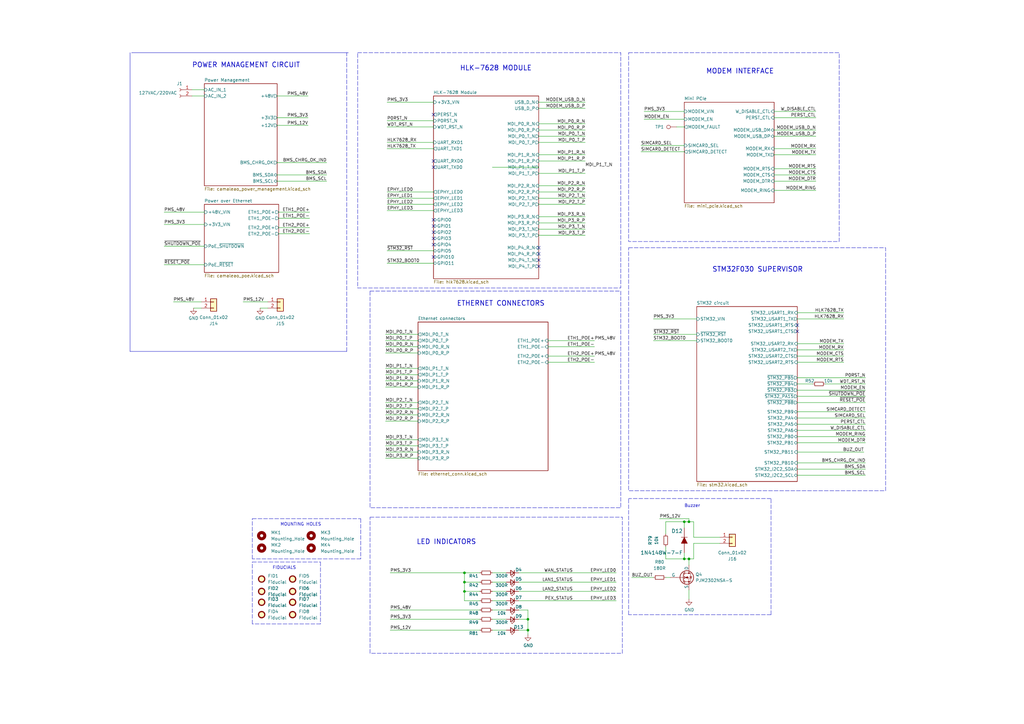
<source format=kicad_sch>
(kicad_sch (version 20230121) (generator eeschema)
  (paper "A3")
  (lib_symbols
    (symbol "Connector:Conn_01x02_Female" (pin_names (offset 1.016) hide)
      (property "Reference" "J" (at 0 2.54 0))
      (property "Value" "Conn_01x02_Female" (at 0 -5.08 0))
      (symbol "Conn_01x02_Female_1_1"
        (arc (start 0 -2.032) (mid -0.5058 -2.54) (end 0 -3.048) (stroke (width 0.1524)))
        (polyline (pts (xy -1.27 -2.54) (xy -0.508 -2.54)) (stroke (width 0.1524)))
        (polyline (pts (xy -1.27 0) (xy -0.508 0)) (stroke (width 0.1524)))
        (arc (start 0 0.508) (mid -0.5058 0) (end 0 -0.508) (stroke (width 0.1524)))
        (pin passive line (at -5.08 0 0) (length 3.81) (name "Pin_1") (number "1"))
        (pin passive line (at -5.08 -2.54 0) (length 3.81) (name "Pin_2") (number "2"))
      )
    )
    (symbol "Connector:TestPoint" (pin_numbers hide) (pin_names (offset 0.762) hide)
      (property "Reference" "TP" (at 0 6.858 0))
      (property "Value" "TestPoint" (at 0 5.08 0))
      (symbol "TestPoint_0_1"
        (circle (center 0 3.302) (radius 0.762))
      )
      (symbol "TestPoint_1_1"
        (pin passive line (at 0 0 90) (length 2.54) (name "1") (number "1"))
      )
    )
    (symbol "Connector_Generic:Conn_01x02" (pin_names (offset 1.016) hide)
      (property "Reference" "J" (at 0 2.54 0))
      (property "Value" "Conn_01x02" (at 0 -5.08 0))
      (symbol "Conn_01x02_1_1"
        (rectangle (start -1.27 -2.413) (end 0 -2.667) (stroke (width 0.1524)))
        (rectangle (start -1.27 0.127) (end 0 -0.127) (stroke (width 0.1524)))
        (rectangle (start -1.27 1.27) (end 1.27 -3.81) (stroke (width 0.254)) (fill (type background)))
        (pin passive line (at -5.08 0 0) (length 3.81) (name "Pin_1") (number "1"))
        (pin passive line (at -5.08 -2.54 0) (length 3.81) (name "Pin_2") (number "2"))
      )
    )
    (symbol "Device:LED_Small" (pin_numbers hide) (pin_names (offset 0.254) hide)
      (property "Reference" "D" (at -1.27 3.175 0))
      (property "Value" "LED_Small" (at -4.445 -2.54 0))
      (symbol "LED_Small_0_1"
        (polyline (pts (xy -0.762 -1.016) (xy -0.762 1.016)) (stroke (width 0.254)))
        (polyline (pts (xy 1.016 0) (xy -0.762 0)))
        (polyline (pts (xy 0.762 -1.016) (xy -0.762 0) (xy 0.762 1.016) (xy 0.762 -1.016)) (stroke (width 0.254)))
        (polyline (pts (xy 0 0.762) (xy -0.508 1.27) (xy -0.254 1.27) (xy -0.508 1.27) (xy -0.508 1.016)))
        (polyline (pts (xy 0.508 1.27) (xy 0 1.778) (xy 0.254 1.778) (xy 0 1.778) (xy 0 1.524)))
      )
      (symbol "LED_Small_1_1"
        (pin passive line (at -2.54 0 0) (length 1.778) (name "K") (number "1"))
        (pin passive line (at 2.54 0 180) (length 1.778) (name "A") (number "2"))
      )
    )
    (symbol "Device:R_Small" (pin_numbers hide) (pin_names (offset 0.254) hide)
      (property "Reference" "R" (at 0.762 0.508 0))
      (property "Value" "R_Small" (at 0.762 -1.016 0))
      (symbol "R_Small_0_1"
        (rectangle (start -0.762 1.778) (end 0.762 -1.778) (stroke (width 0.2032)))
      )
      (symbol "R_Small_1_1"
        (pin passive line (at 0 2.54 270) (length 0.762) (name "~") (number "1"))
        (pin passive line (at 0 -2.54 90) (length 0.762) (name "~") (number "2"))
      )
    )
    (symbol "GND_1" (power) (pin_names (offset 0))
      (property "Value" "GND_1" (at 0 -3.81 0))
      (symbol "GND_1_0_1"
        (polyline (pts (xy 0 0) (xy 0 -1.27) (xy 1.27 -1.27) (xy 0 -2.54) (xy -1.27 -1.27) (xy 0 -1.27)))
      )
      (symbol "GND_1_1_1"
        (pin power_in line (at 0 0 270) (length 0) hide (name "GND") (number "1"))
      )
    )
    (symbol "Mechanical:Fiducial"
      (property "Reference" "FID" (at 0 5.08 0))
      (property "Value" "Fiducial" (at 0 3.175 0))
      (symbol "Fiducial_0_1"
        (circle (center 0 0) (radius 1.27) (stroke (width 0.508)) (fill (type background)))
      )
    )
    (symbol "Simulation_SPICE:NMOS" (pin_numbers hide) (pin_names (offset 0))
      (property "Reference" "Q" (at 5.08 1.27 0))
      (property "Value" "NMOS" (at 5.08 -1.27 0))
      (symbol "NMOS_0_1"
        (polyline (pts (xy 0.254 0) (xy -2.54 0)))
        (polyline (pts (xy 0.254 1.905) (xy 0.254 -1.905)) (stroke (width 0.254)))
        (polyline (pts (xy 0.762 -1.27) (xy 0.762 -2.286)) (stroke (width 0.254)))
        (polyline (pts (xy 0.762 0.508) (xy 0.762 -0.508)) (stroke (width 0.254)))
        (polyline (pts (xy 0.762 2.286) (xy 0.762 1.27)) (stroke (width 0.254)))
        (polyline (pts (xy 2.54 2.54) (xy 2.54 1.778)))
        (polyline (pts (xy 2.54 -2.54) (xy 2.54 0) (xy 0.762 0)))
        (polyline (pts (xy 0.762 -1.778) (xy 3.302 -1.778) (xy 3.302 1.778) (xy 0.762 1.778)))
        (polyline (pts (xy 1.016 0) (xy 2.032 0.381) (xy 2.032 -0.381) (xy 1.016 0)) (fill (type outline)))
        (polyline (pts (xy 2.794 0.508) (xy 2.921 0.381) (xy 3.683 0.381) (xy 3.81 0.254)))
        (polyline (pts (xy 3.302 0.381) (xy 2.921 -0.254) (xy 3.683 -0.254) (xy 3.302 0.381)))
        (circle (center 1.651 0) (radius 2.794) (stroke (width 0.254)))
        (circle (center 2.54 -1.778) (radius 0.254) (fill (type outline)))
        (circle (center 2.54 1.778) (radius 0.254) (fill (type outline)))
      )
      (symbol "NMOS_1_1"
        (pin passive line (at 2.54 5.08 270) (length 2.54) (name "D") (number "1"))
        (pin input line (at -5.08 0 0) (length 2.54) (name "G") (number "2"))
        (pin passive line (at 2.54 -5.08 90) (length 2.54) (name "S") (number "3"))
      )
    )
    (symbol "device:R_Small" (pin_numbers hide) (pin_names (offset 0.254) hide)
      (property "Reference" "R" (at 0.762 0.508 0))
      (property "Value" "R_Small" (at 0.762 -1.016 0))
      (symbol "R_Small_0_1"
        (rectangle (start -0.762 1.778) (end 0.762 -1.778) (stroke (width 0.2032)))
      )
      (symbol "R_Small_1_1"
        (pin passive line (at 0 2.54 270) (length 0.762) (name "~") (number "1"))
        (pin passive line (at 0 -2.54 90) (length 0.762) (name "~") (number "2"))
      )
    )
    (symbol "dk_Diodes-Rectifiers-Single:1N4148W-7-F" (pin_numbers hide) (pin_names (offset 0) hide)
      (property "Reference" "D12" (at 3.81 -0.635 90))
      (property "Value" "1N4148W-7-F" (at -5.08 -0.635 90))
      (symbol "1N4148W-7-F_0_1"
        (polyline (pts (xy 1.27 1.27) (xy 1.27 -1.27)))
        (polyline (pts (xy -1.27 1.27) (xy -1.27 -1.27) (xy 1.27 0) (xy -1.27 1.27)) (fill (type outline)))
      )
      (symbol "1N4148W-7-F_1_1"
        (pin passive line (at 5.08 0 180) (length 3.81) (name "K") (number "1"))
        (pin passive line (at -5.08 0 0) (length 3.81) (name "A") (number "2"))
      )
    )
    (symbol "mechanical:Mounting_Hole" (pin_names (offset 1.016))
      (property "Reference" "MK" (at 0 5.08 0))
      (property "Value" "Mounting_Hole" (at 0 3.175 0))
      (symbol "Mounting_Hole_0_1"
        (circle (center 0 0) (radius 1.27) (stroke (width 1.27)))
      )
    )
    (symbol "power:GND" (power) (pin_names (offset 0))
      (property "Value" "GND" (at 0 -3.81 0))
      (symbol "GND_0_1"
        (polyline (pts (xy 0 0) (xy 0 -1.27) (xy 1.27 -1.27) (xy 0 -2.54) (xy -1.27 -1.27) (xy 0 -1.27)))
      )
      (symbol "GND_1_1"
        (pin power_in line (at 0 0 270) (length 0) hide (name "GND") (number "1"))
      )
    )
  )
  (junction (at 216.535 258.445))
  (junction (at 282.575 213.995) (diameter 0.9144))
  (junction (at 190.5 238.76))
  (junction (at 190.5 234.95))
  (junction (at 282.575 229.235) (diameter 0.9144))
  (junction (at 190.5 242.57))
  (junction (at 216.535 254))
  (junction (at 280.67 229.235) (diameter 0.9144))
  (junction (at 280.67 213.995) (diameter 0.9144))
  (no_connect (at 177.8 97.79))
  (no_connect (at 220.98 109.22))
  (no_connect (at 177.8 105.41))
  (no_connect (at 220.98 104.14))
  (no_connect (at 327.025 133.35))
  (no_connect (at 220.98 106.68))
  (no_connect (at 177.8 100.33))
  (no_connect (at 177.8 46.99))
  (no_connect (at 177.8 66.04))
  (no_connect (at 220.98 101.6))
  (no_connect (at 177.8 68.58))
  (no_connect (at 177.8 95.25))
  (no_connect (at 177.8 90.17))
  (no_connect (at 177.8 92.71))
  (no_connect (at 327.025 135.89))
  (wire (pts (xy 267.97 137.16) (xy 285.75 137.16)))
  (wire (pts (xy 354.965 154.94) (xy 327.025 154.94)))
  (wire (pts (xy 273.05 229.235) (xy 280.67 229.235)))
  (wire (pts (xy 79.375 126.365) (xy 82.55 126.365)))
  (wire (pts (xy 158.75 81.28) (xy 177.8 81.28)))
  (wire (pts (xy 220.98 44.45) (xy 240.03 44.45)))
  (wire (pts (xy 259.08 236.855) (xy 267.97 236.855)))
  (wire (pts (xy 277.495 52.07) (xy 280.67 52.07)))
  (polyline (pts (xy 316.23 252.095) (xy 316.23 204.47)) (stroke (width 0) (type dash)))
  (polyline (pts (xy 53.34 21.59) (xy 53.34 144.145)))
  (wire (pts (xy 67.31 86.995) (xy 83.82 86.995)))
  (wire (pts (xy 158.75 107.95) (xy 177.8 107.95)))
  (polyline (pts (xy 316.23 204.47) (xy 257.81 204.47)) (stroke (width 0) (type dash)))
  (wire (pts (xy 280.67 226.695) (xy 280.67 229.235)))
  (polyline (pts (xy 142.24 144.145) (xy 142.24 21.59)) (stroke (width 0) (type dash)))
  (wire (pts (xy 212.725 258.445) (xy 216.535 258.445)))
  (wire (pts (xy 282.575 241.935) (xy 282.575 245.745)))
  (wire (pts (xy 127 95.885) (xy 114.3 95.885)))
  (wire (pts (xy 212.725 246.38) (xy 252.73 246.38)))
  (wire (pts (xy 158.115 158.75) (xy 171.45 158.75)))
  (wire (pts (xy 158.75 49.53) (xy 177.8 49.53)))
  (wire (pts (xy 71.12 123.825) (xy 82.55 123.825)))
  (polyline (pts (xy 103.505 212.725) (xy 147.955 212.725)) (stroke (width 0) (type dash)))
  (wire (pts (xy 282.575 229.235) (xy 282.575 231.775)))
  (wire (pts (xy 127 89.535) (xy 114.3 89.535)))
  (wire (pts (xy 212.725 238.76) (xy 252.73 238.76)))
  (wire (pts (xy 264.16 45.72) (xy 280.67 45.72)))
  (wire (pts (xy 114.3 93.345) (xy 127 93.345)))
  (wire (pts (xy 158.75 86.36) (xy 177.8 86.36)))
  (wire (pts (xy 264.16 48.895) (xy 280.67 48.895)))
  (wire (pts (xy 158.75 78.74) (xy 177.8 78.74)))
  (wire (pts (xy 224.79 139.7) (xy 243.84 139.7)))
  (wire (pts (xy 220.98 91.44) (xy 240.03 91.44)))
  (polyline (pts (xy 147.955 212.725) (xy 147.955 229.235)) (stroke (width 0) (type dash)))
  (wire (pts (xy 317.5 74.295) (xy 334.645 74.295)))
  (wire (pts (xy 201.93 242.57) (xy 207.645 242.57)))
  (wire (pts (xy 220.98 68.58) (xy 201.93 68.58)))
  (polyline (pts (xy 131.445 230.505) (xy 131.445 255.905)) (stroke (width 0) (type dash)))
  (wire (pts (xy 317.5 45.72) (xy 334.645 45.72)))
  (wire (pts (xy 160.02 250.19) (xy 196.85 250.19)))
  (wire (pts (xy 201.93 246.38) (xy 207.645 246.38)))
  (wire (pts (xy 280.67 213.995) (xy 282.575 213.995)))
  (wire (pts (xy 327.025 148.59) (xy 346.075 148.59)))
  (wire (pts (xy 338.455 157.48) (xy 354.965 157.48)))
  (wire (pts (xy 196.85 246.38) (xy 190.5 246.38)))
  (wire (pts (xy 327.025 146.05) (xy 346.075 146.05)))
  (polyline (pts (xy 147.955 229.235) (xy 103.505 229.235)) (stroke (width 0) (type dash)))
  (wire (pts (xy 220.98 83.82) (xy 240.03 83.82)))
  (wire (pts (xy 317.5 71.755) (xy 334.645 71.755)))
  (wire (pts (xy 158.115 144.78) (xy 171.45 144.78)))
  (wire (pts (xy 158.115 165.1) (xy 171.45 165.1)))
  (wire (pts (xy 160.02 234.95) (xy 190.5 234.95)))
  (wire (pts (xy 273.05 224.155) (xy 273.05 229.235)))
  (wire (pts (xy 113.665 66.675) (xy 133.985 66.675)))
  (wire (pts (xy 113.665 74.295) (xy 133.985 74.295)))
  (wire (pts (xy 158.115 182.88) (xy 171.45 182.88)))
  (wire (pts (xy 212.725 254) (xy 216.535 254)))
  (wire (pts (xy 327.025 143.51) (xy 346.075 143.51)))
  (wire (pts (xy 158.75 83.82) (xy 177.8 83.82)))
  (wire (pts (xy 126.365 51.435) (xy 113.665 51.435)))
  (wire (pts (xy 220.98 81.28) (xy 240.03 81.28)))
  (wire (pts (xy 196.85 242.57) (xy 190.5 242.57)))
  (wire (pts (xy 158.115 167.64) (xy 171.45 167.64)))
  (wire (pts (xy 106.68 126.365) (xy 109.855 126.365)))
  (wire (pts (xy 190.5 238.76) (xy 190.5 242.57)))
  (wire (pts (xy 78.74 39.37) (xy 83.82 39.37)))
  (wire (pts (xy 201.93 234.95) (xy 207.645 234.95)))
  (wire (pts (xy 133.985 71.755) (xy 113.665 71.755)))
  (wire (pts (xy 158.75 102.87) (xy 177.8 102.87)))
  (wire (pts (xy 282.575 212.725) (xy 282.575 213.995)))
  (wire (pts (xy 158.115 151.13) (xy 171.45 151.13)))
  (wire (pts (xy 212.725 234.95) (xy 252.73 234.95)))
  (wire (pts (xy 273.05 236.855) (xy 274.955 236.855)))
  (wire (pts (xy 317.5 69.215) (xy 334.645 69.215)))
  (wire (pts (xy 280.67 229.235) (xy 282.575 229.235)))
  (wire (pts (xy 220.98 96.52) (xy 240.03 96.52)))
  (wire (pts (xy 201.93 258.445) (xy 207.645 258.445)))
  (wire (pts (xy 113.665 39.37) (xy 126.365 39.37)))
  (wire (pts (xy 327.025 179.07) (xy 354.965 179.07)))
  (wire (pts (xy 317.5 78.105) (xy 334.645 78.105)))
  (wire (pts (xy 220.98 71.12) (xy 240.03 71.12)))
  (wire (pts (xy 327.025 140.97) (xy 346.075 140.97)))
  (wire (pts (xy 220.98 66.04) (xy 240.03 66.04)))
  (wire (pts (xy 220.98 50.8) (xy 240.03 50.8)))
  (wire (pts (xy 67.31 92.075) (xy 83.82 92.075)))
  (wire (pts (xy 114.3 86.995) (xy 127 86.995)))
  (wire (pts (xy 212.725 250.19) (xy 216.535 250.19)))
  (polyline (pts (xy 53.34 144.145) (xy 142.24 144.145)))
  (wire (pts (xy 158.75 60.96) (xy 177.8 60.96)))
  (wire (pts (xy 216.535 254) (xy 216.535 250.19)))
  (wire (pts (xy 220.98 63.5) (xy 240.03 63.5)))
  (wire (pts (xy 327.025 194.945) (xy 354.965 194.945)))
  (wire (pts (xy 158.115 142.24) (xy 171.45 142.24)))
  (wire (pts (xy 273.05 219.075) (xy 273.05 213.995)))
  (wire (pts (xy 327.025 160.02) (xy 354.965 160.02)))
  (polyline (pts (xy 142.875 21.59) (xy 53.975 21.59)))
  (wire (pts (xy 327.025 181.61) (xy 354.965 181.61)))
  (wire (pts (xy 327.025 162.56) (xy 354.965 162.56)))
  (wire (pts (xy 220.98 53.34) (xy 240.03 53.34)))
  (wire (pts (xy 158.115 156.21) (xy 171.45 156.21)))
  (polyline (pts (xy 131.445 255.905) (xy 103.505 255.905)) (stroke (width 0) (type dash)))
  (wire (pts (xy 224.79 148.59) (xy 243.84 148.59)))
  (wire (pts (xy 220.98 55.88) (xy 240.03 55.88)))
  (wire (pts (xy 317.5 48.26) (xy 334.645 48.26)))
  (wire (pts (xy 216.535 254) (xy 216.535 258.445)))
  (wire (pts (xy 158.115 137.16) (xy 171.45 137.16)))
  (wire (pts (xy 270.51 212.725) (xy 282.575 212.725)))
  (wire (pts (xy 190.5 238.76) (xy 196.85 238.76)))
  (wire (pts (xy 327.025 128.27) (xy 346.075 128.27)))
  (wire (pts (xy 284.48 222.885) (xy 284.48 229.235)))
  (wire (pts (xy 327.025 192.405) (xy 354.965 192.405)))
  (wire (pts (xy 327.025 185.42) (xy 354.33 185.42)))
  (wire (pts (xy 327.025 171.45) (xy 354.965 171.45)))
  (wire (pts (xy 224.79 146.05) (xy 243.84 146.05)))
  (wire (pts (xy 190.5 242.57) (xy 190.5 246.38)))
  (wire (pts (xy 334.645 53.34) (xy 317.5 53.34)))
  (wire (pts (xy 267.97 130.81) (xy 285.75 130.81)))
  (wire (pts (xy 220.98 78.74) (xy 240.03 78.74)))
  (wire (pts (xy 220.98 76.2) (xy 240.03 76.2)))
  (wire (pts (xy 158.75 58.42) (xy 177.8 58.42)))
  (wire (pts (xy 327.025 189.865) (xy 354.965 189.865)))
  (wire (pts (xy 158.115 185.42) (xy 171.45 185.42)))
  (wire (pts (xy 196.85 258.445) (xy 160.02 258.445)))
  (wire (pts (xy 99.695 123.825) (xy 109.855 123.825)))
  (wire (pts (xy 284.48 220.345) (xy 295.275 220.345)))
  (wire (pts (xy 327.025 157.48) (xy 333.375 157.48)))
  (wire (pts (xy 267.97 139.7) (xy 285.75 139.7)))
  (wire (pts (xy 317.5 63.5) (xy 334.645 63.5)))
  (wire (pts (xy 78.74 36.83) (xy 83.82 36.83)))
  (wire (pts (xy 201.93 250.19) (xy 207.645 250.19)))
  (wire (pts (xy 160.02 254) (xy 196.85 254)))
  (wire (pts (xy 327.025 130.81) (xy 346.075 130.81)))
  (wire (pts (xy 220.98 58.42) (xy 240.03 58.42)))
  (wire (pts (xy 220.98 88.9) (xy 240.03 88.9)))
  (polyline (pts (xy 257.81 252.095) (xy 257.81 204.47)) (stroke (width 0) (type dash)))
  (wire (pts (xy 327.025 173.99) (xy 354.965 173.99)))
  (wire (pts (xy 220.98 41.91) (xy 240.03 41.91)))
  (wire (pts (xy 317.5 60.96) (xy 334.645 60.96)))
  (wire (pts (xy 158.115 170.18) (xy 171.45 170.18)))
  (polyline (pts (xy 103.505 230.505) (xy 131.445 230.505)) (stroke (width 0) (type dash)))
  (wire (pts (xy 158.115 139.7) (xy 171.45 139.7)))
  (wire (pts (xy 177.8 41.91) (xy 158.75 41.91)))
  (wire (pts (xy 220.98 93.98) (xy 240.03 93.98)))
  (wire (pts (xy 327.025 176.53) (xy 354.965 176.53)))
  (wire (pts (xy 282.575 229.235) (xy 284.48 229.235)))
  (wire (pts (xy 190.5 234.95) (xy 196.85 234.95)))
  (polyline (pts (xy 103.505 229.235) (xy 103.505 212.725)) (stroke (width 0) (type dash)))
  (wire (pts (xy 280.67 213.995) (xy 280.67 216.535)))
  (wire (pts (xy 158.115 180.34) (xy 171.45 180.34)))
  (wire (pts (xy 113.665 48.26) (xy 126.365 48.26)))
  (wire (pts (xy 262.89 62.23) (xy 280.67 62.23)))
  (wire (pts (xy 284.48 222.885) (xy 295.275 222.885)))
  (polyline (pts (xy 316.23 252.095) (xy 257.81 252.095)) (stroke (width 0) (type dash)))
  (wire (pts (xy 212.725 242.57) (xy 252.73 242.57)))
  (wire (pts (xy 334.645 55.88) (xy 317.5 55.88)))
  (wire (pts (xy 262.89 59.69) (xy 280.67 59.69)))
  (wire (pts (xy 190.5 234.95) (xy 190.5 238.76)))
  (wire (pts (xy 67.31 108.585) (xy 83.82 108.585)))
  (wire (pts (xy 327.025 168.91) (xy 354.965 168.91)))
  (wire (pts (xy 201.93 238.76) (xy 207.645 238.76)))
  (wire (pts (xy 158.75 52.07) (xy 177.8 52.07)))
  (wire (pts (xy 284.48 213.995) (xy 284.48 220.345)))
  (wire (pts (xy 201.93 254) (xy 207.645 254)))
  (wire (pts (xy 158.115 172.72) (xy 171.45 172.72)))
  (wire (pts (xy 273.05 213.995) (xy 280.67 213.995)))
  (wire (pts (xy 282.575 213.995) (xy 284.48 213.995)))
  (wire (pts (xy 67.31 100.965) (xy 83.82 100.965)))
  (polyline (pts (xy 103.505 255.905) (xy 103.505 230.505)) (stroke (width 0) (type dash)))
  (wire (pts (xy 216.535 258.445) (xy 216.535 260.35)))
  (wire (pts (xy 327.025 165.1) (xy 354.965 165.1)))
  (wire (pts (xy 158.115 187.96) (xy 171.45 187.96)))
  (wire (pts (xy 158.115 153.67) (xy 171.45 153.67)))
  (wire (pts (xy 224.79 142.24) (xy 243.84 142.24)))
  (rectangle (start 257.81 101.6) (end 363.22 201.295) (stroke (width 0) (type dash)))
  (rectangle (start 151.765 119.38) (end 254.635 208.28) (stroke (width 0) (type dash)))
  (rectangle (start 257.81 21.59) (end 344.17 99.06) (stroke (width 0) (type dash)))
  (rectangle (start 146.685 21.59) (end 254.635 118.11) (stroke (width 0) (type dash)))
  (rectangle (start 151.765 212.09) (end 255.27 267.97) (stroke (width 0) (type dash)))
  (text "FIDUCIALS\n" (at 111.76 233.68 0) (effects (font (size 1.27 1.27)) (justify left bottom)))
  (text "MOUNTING HOLES\n" (at 114.935 215.9 0) (effects (font (size 1.27 1.27)) (justify left bottom)))
  (text "LED INDICATORS" (at 170.815 223.52 0) (effects (font (size 2 2) (thickness 0.254) bold) (justify left bottom)))
  (text "ETHERNET CONNECTORS" (at 187.325 125.73 0) (effects (font (size 2 2) (thickness 0.254) bold) (justify left bottom)))
  (text "MODEM INTERFACE" (at 289.56 30.48 0) (effects (font (size 2 2) (thickness 0.254) bold) (justify left bottom)))
  (text "Buzzer" (at 280.67 208.28 0) (effects (font (size 1.27 1.27)) (justify left bottom)))
  (text "POWER MANAGEMENT CIRCUIT" (at 78.74 27.94 0) (effects (font (size 2 2) (thickness 0.254) bold) (justify left bottom)))
  (text "HLK-7628 MODULE" (at 188.595 29.21 0) (effects (font (size 2 2) (thickness 0.254) bold) (justify left bottom)))
  (text "STM32F030 SUPERVISOR" (at 292.1 111.76 0) (effects (font (size 2 2) (thickness 0.254) bold) (justify left bottom)))
  (label "PMS_48V" (at 243.84 139.7 0))
  (label "MDI_P1_R_P" (at 158.115 158.75 0))
  (label "MDI_P0_R_P" (at 240.03 53.34 180))
  (label "MODEM_TX" (at 346.075 140.97 180))
  (label "MODEM_USB_D_N" (at 240.03 41.91 180))
  (label "MDI_P3_T_P" (at 240.03 96.52 180))
  (label "PEX_STATUS" (at 234.95 246.38 180))
  (label "MDI_P3_T_N" (at 240.03 93.98 180))
  (label "MDI_P3_T_N" (at 158.115 180.34 0))
  (label "HLK7628_RX" (at 158.75 58.42 0))
  (label "EPHY_LED2" (at 158.75 83.82 0))
  (label "MDI_P1_R_N" (at 240.03 63.5 180))
  (label "PMS_48V" (at 160.02 250.19 0))
  (label "P0RST_N" (at 158.75 49.53 0))
  (label "MODEM_CTS" (at 334.645 71.755 180))
  (label "WDT_RST_N" (at 354.965 157.48 180))
  (label "~{SHUTDOWN_POE}" (at 67.31 100.965 0))
  (label "MDI_P1_T_N" (at 240.03 68.58 0))
  (label "MDI_P0_T_N" (at 240.03 55.88 180))
  (label "MDI_P3_T_P" (at 158.115 182.88 0))
  (label "BMS_SCL" (at 354.965 194.945 180))
  (label "PERST_CTL" (at 334.645 48.26 180))
  (label "MDI_P0_T_P" (at 158.115 139.7 0))
  (label "EPHY_LED1" (at 158.75 81.28 0))
  (label "MDI_P2_T_N" (at 158.115 165.1 0))
  (label "ETH2_POE-" (at 243.84 148.59 180))
  (label "MDI_P1_R_N" (at 158.115 156.21 0))
  (label "MODEM_EN" (at 264.16 48.895 0))
  (label "ETH1_POE+" (at 127 86.995 180))
  (label "PERST_CTL" (at 354.965 173.99 180))
  (label "MODEM_RING" (at 334.645 78.105 180))
  (label "ETH1_POE-" (at 243.84 142.24 180))
  (label "PMS_48V" (at 126.365 39.37 180))
  (label "BMS_CHRG_OK_IND" (at 133.985 66.675 180))
  (label "MODEM_EN" (at 354.965 160.02 180))
  (label "PMS_3V3" (at 67.31 92.075 0))
  (label "PMS_3V3" (at 126.365 48.26 180))
  (label "MDI_P1_R_P" (at 240.03 66.04 180))
  (label "MDI_P2_T_P" (at 240.03 83.82 180))
  (label "PMS_12V" (at 270.51 212.725 0))
  (label "~{RESET_POE}" (at 354.965 165.1 180))
  (label "~{STM32_RST}" (at 267.97 137.16 0))
  (label "W_DISABLE_CTL" (at 334.645 45.72 180))
  (label "ETH1_POE-" (at 127 89.535 180))
  (label "LAN2_STATUS" (at 234.95 242.57 180))
  (label "MODEM_RX" (at 346.075 143.51 180))
  (label "MDI_P1_T_P" (at 240.03 71.12 180))
  (label "BMS_SDA" (at 133.985 71.755 180))
  (label "STM32_BOOT0" (at 158.75 107.95 0))
  (label "~{RESET_POE}" (at 67.31 108.585 0))
  (label "SIMCARD_SEL" (at 262.89 59.69 0))
  (label "MODEM_RX" (at 334.645 60.96 180))
  (label "EPHY_LED0" (at 158.75 78.74 0))
  (label "MODEM_USB_D_N" (at 334.645 53.34 180))
  (label "MDI_P2_R_P" (at 158.115 172.72 0))
  (label "MDI_P2_R_P" (at 240.03 78.74 180))
  (label "MDI_P3_R_N" (at 158.115 185.42 0))
  (label "MDI_P2_R_N" (at 240.03 76.2 180))
  (label "EPHY_LED3" (at 158.75 86.36 0))
  (label "~{STM32_RST}" (at 158.75 102.87 0))
  (label "PMS_12V" (at 160.02 258.445 0))
  (label "ETH2_POE+" (at 243.84 146.05 180))
  (label "PMS_3V3" (at 267.97 130.81 0))
  (label "W_DISABLE_CTL" (at 354.965 176.53 180))
  (label "ETH1_POE+" (at 243.84 139.7 180))
  (label "MDI_P3_R_N" (at 240.03 88.9 180))
  (label "MODEM_USB_D_P" (at 334.645 55.88 180))
  (label "PMS_12V" (at 126.365 51.435 180))
  (label "EPHY_LED0" (at 252.73 234.95 180))
  (label "PMS_3V3" (at 158.75 41.91 0))
  (label "BMS_SDA" (at 354.965 192.405 180))
  (label "PMS_3V3" (at 160.02 234.95 0))
  (label "MODEM_RING" (at 354.965 179.07 180))
  (label "MODEM_USB_D_P" (at 240.03 44.45 180))
  (label "WDT_RST_N" (at 158.75 52.07 0))
  (label "MDI_P2_T_N" (at 240.03 81.28 180))
  (label "MDI_P2_T_P" (at 158.115 167.64 0))
  (label "EPHY_LED3" (at 252.73 246.38 180))
  (label "MDI_P1_T_P" (at 158.115 153.67 0))
  (label "LAN1_STATUS" (at 234.95 238.76 180))
  (label "MDI_P2_R_N" (at 158.115 170.18 0))
  (label "PMS_48V" (at 71.12 123.825 0))
  (label "MODEM_DTR" (at 334.645 74.295 180))
  (label "MDI_P0_T_N" (at 158.115 137.16 0))
  (label "MDI_P0_R_N" (at 158.115 142.24 0))
  (label "MDI_P0_R_P" (at 158.115 144.78 0))
  (label "EPHY_LED2" (at 252.73 242.57 180))
  (label "SIMCARD_SEL" (at 354.965 171.45 180))
  (label "BUZ_OUT" (at 354.33 185.42 180))
  (label "~{SHUTDOWN_POE}" (at 354.965 162.56 180))
  (label "MODEM_TX" (at 334.645 63.5 180))
  (label "ETH2_POE-" (at 127 95.885 180))
  (label "MODEM_RTS" (at 346.075 148.59 180))
  (label "MDI_P3_R_P" (at 240.03 91.44 180))
  (label "MDI_P0_R_N" (at 240.03 50.8 180))
  (label "MODEM_DTR" (at 354.965 181.61 180))
  (label "WAN_STATUS" (at 234.95 234.95 180))
  (label "HLK7628_TX" (at 158.75 60.96 0))
  (label "HLK7628_TX" (at 346.075 128.27 180))
  (label "SIMCARD_DETECT" (at 262.89 62.23 0))
  (label "P0RST_N" (at 354.965 154.94 180))
  (label "MDI_P0_T_P" (at 240.03 58.42 180))
  (label "EPHY_LED1" (at 252.73 238.76 180))
  (label "PMS_48V" (at 67.31 86.995 0))
  (label "PMS_12V" (at 99.695 123.825 0))
  (label "HLK7628_RX" (at 346.075 130.81 180))
  (label "BUZ_OUT" (at 259.08 236.855 0))
  (label "MDI_P3_R_P" (at 158.115 187.96 0))
  (label "BMS_SCL" (at 133.985 74.295 180))
  (label "PMS_3V3" (at 264.16 45.72 0))
  (label "STM32_BOOT0" (at 267.97 139.7 0))
  (label "PMS_48V" (at 243.84 146.05 0))
  (label "MDI_P1_T_N" (at 158.115 151.13 0))
  (label "BMS_CHRG_OK_IND" (at 354.965 189.865 180))
  (label "ETH2_POE+" (at 127 93.345 180))
  (label "MODEM_RTS" (at 334.645 69.215 180))
  (label "PMS_3V3" (at 160.02 254 0))
  (label "MODEM_CTS" (at 346.075 146.05 180))
  (label "SIMCARD_DETECT" (at 354.965 168.91 180))
  (symbol (lib_id "Connector_Generic:Conn_01x02") (at 300.355 220.345 0) (unit 1)
    (property "Reference" "J16" (at 300.355 229.235 0))
    (property "Value" "Conn_01x02" (at 300.355 226.695 0))
    (property "Footprint" "Connector:KF235-5.0-2P" (effects hide))
  )
  (symbol (lib_id "Connector_Generic:Conn_01x02") (at 87.63 123.825 0) (unit 1)
    (property "Reference" "J14" (at 87.63 132.715 0))
    (property "Value" "Conn_01x02" (at 87.63 130.175 0))
    (property "Footprint" "Connector:KF235-5.0-2P" (effects hide))
  )
  (symbol (lib_id "Mechanical:Fiducial") (at 120.015 247.015 0) (unit 1)
    (property "Reference" "FID7" (at 122.555 245.7449 0) (effects (justify left)))
    (property "Value" "Fiducial" (at 122.555 248.2849 0) (effects (justify left)))
    (property "Footprint" "Fiducial:Fiducial_1mm_Mask2mm" (effects hide))
  )
  (symbol (lib_id "Device:LED_Small") (at 210.185 258.445 180) (unit 1)
    (property "Reference" "D13" (at 212.725 257.175 0))
    (property "Value" "LED_Small" (effects hide))
    (property "Footprint" "LED_SMD:LED_0805_2012Metric" (effects hide))
  )
  (symbol (lib_id "Device:LED_Small") (at 210.185 238.76 180) (unit 1)
    (property "Reference" "D5" (at 212.725 237.49 0))
    (property "Value" "LED_Small" (effects hide))
    (property "Footprint" "LED_SMD:LED_0805_2012Metric" (effects hide))
  )
  (symbol (lib_id "Device:LED_Small") (at 210.185 242.57 180) (unit 1)
    (property "Reference" "D6" (at 212.725 241.3 0))
    (property "Value" "LED_Small" (effects hide))
    (property "Footprint" "LED_SMD:LED_0805_2012Metric" (effects hide))
  )
  (symbol (lib_id "mechanical:Mounting_Hole") (at 127.635 224.79 0) (unit 1)
    (property "Reference" "MK4" (at 131.445 223.5199 0) (effects (justify left)))
    (property "Value" "Mounting_Hole" (at 131.445 226.0599 0) (effects (justify left)))
    (property "Footprint" "MountingHole:MountingHole_4.3mm_M4" (effects hide))
  )
  (symbol (lib_id "Connector:Conn_01x02_Female") (at 73.66 36.83 0) (mirror y) (unit 1)
    (property "Reference" "J1" (at 73.66 34.29 0))
    (property "Value" "127VAC/220VAC" (at 64.77 38.1 0))
    (property "Footprint" "Gabriel:WJ2EDGRC-5.08-2P" (effects hide))
    (property "Datasheet" "https://datasheet.lcsc.com/lcsc/1912251631_Ningbo-Kangnex-Elec-WJ2EDGRC-5-08-2P_C3697.pdf" (effects hide))
    (property "LCSC Part" "C3697" (effects hide))
  )
  (symbol (lib_id "Simulation_SPICE:NMOS") (at 280.035 236.855 0) (unit 1)
    (property "Reference" "Q4" (at 285.242 235.6429 0) (effects (justify left)))
    (property "Value" "PJM2302NSA-S" (at 285.242 238.0671 0) (effects (justify left)))
    (property "Footprint" "Package_TO_SOT_SMD:SOT-23" (effects hide))
    (property "Datasheet" "https://ngspice.sourceforge.io/docs/ngspice-manual.pdf" (effects hide))
    (property "Sim.Device" "NMOS" (effects hide))
    (property "Sim.Type" "VDMOS" (effects hide))
    (property "Sim.Pins" "1=D 2=G 3=S" (effects hide))
    (property "LCSC Part" "C411710" (effects hide))
  )
  (symbol (lib_id "Device:LED_Small") (at 210.185 250.19 180) (unit 1)
    (property "Reference" "D8" (at 212.725 248.92 0))
    (property "Value" "LED_Small" (effects hide))
    (property "Footprint" "LED_SMD:LED_0805_2012Metric" (effects hide))
  )
  (symbol (lib_name "GND_1") (lib_id "power:GND") (at 106.68 126.365 0) (mirror y) (unit 1)
    (property "Reference" "#PWR076" (effects hide))
    (property "Value" "GND" (at 106.68 130.4981 0))
  )
  (symbol (lib_id "Mechanical:Fiducial") (at 107.315 237.49 0) (unit 1)
    (property "Reference" "FID1" (at 109.855 236.2199 0) (effects (justify left)))
    (property "Value" "Fiducial" (at 109.855 238.7599 0) (effects (justify left)))
    (property "Footprint" "Fiducial:Fiducial_1mm_Mask2mm" (effects hide))
  )
  (symbol (lib_id "device:R_Small") (at 270.51 236.855 90) (unit 1)
    (property "Reference" "R80" (at 270.51 230.505 90))
    (property "Value" "180R" (at 270.51 233.045 90))
    (property "Footprint" "Resistor_SMD:R_0402_1005Metric" (effects hide))
  )
  (symbol (lib_id "Device:R_Small") (at 199.39 234.95 90) (unit 1)
    (property "Reference" "R41" (at 194.31 236.22 90))
    (property "Value" "300R" (at 205.74 236.22 90))
    (property "Footprint" "Resistor_SMD:R_0402_1005Metric" (effects hide))
  )
  (symbol (lib_id "Mechanical:Fiducial") (at 120.015 237.49 0) (unit 1)
    (property "Reference" "FID5" (at 122.555 236.2199 0) (effects (justify left)))
    (property "Value" "Fiducial" (at 122.555 238.7599 0) (effects (justify left)))
    (property "Footprint" "Fiducial:Fiducial_1mm_Mask2mm" (effects hide))
  )
  (symbol (lib_name "GND_1") (lib_id "power:GND") (at 79.375 126.365 0) (mirror y) (unit 1)
    (property "Reference" "#PWR075" (effects hide))
    (property "Value" "GND" (at 79.375 130.4981 0))
  )
  (symbol (lib_id "Device:R_Small") (at 199.39 246.38 90) (unit 1)
    (property "Reference" "R45" (at 194.31 247.65 90))
    (property "Value" "300R" (at 205.74 247.65 90))
    (property "Footprint" "Resistor_SMD:R_0402_1005Metric" (effects hide))
  )
  (symbol (lib_id "Mechanical:Fiducial") (at 107.315 252.095 0) (unit 1)
    (property "Reference" "FID4" (at 109.855 250.8249 0) (effects (justify left)))
    (property "Value" "Fiducial" (at 109.855 253.3649 0) (effects (justify left)))
    (property "Footprint" "Fiducial:Fiducial_1mm_Mask2mm" (effects hide))
  )
  (symbol (lib_id "Device:LED_Small") (at 210.185 234.95 180) (unit 1)
    (property "Reference" "D4" (at 212.725 233.68 0))
    (property "Value" "LED_Small" (effects hide))
    (property "Footprint" "LED_SMD:LED_0805_2012Metric" (effects hide))
  )
  (symbol (lib_id "Device:R_Small") (at 199.39 254 90) (unit 1)
    (property "Reference" "R49" (at 194.31 255.27 90))
    (property "Value" "300R" (at 205.74 255.27 90))
    (property "Footprint" "Resistor_SMD:R_0402_1005Metric" (effects hide))
  )
  (symbol (lib_id "mechanical:Mounting_Hole") (at 127.635 219.71 0) (unit 1)
    (property "Reference" "MK3" (at 131.445 218.4399 0) (effects (justify left)))
    (property "Value" "Mounting_Hole" (at 131.445 220.9799 0) (effects (justify left)))
    (property "Footprint" "MountingHole:MountingHole_4.3mm_M4" (effects hide))
  )
  (symbol (lib_id "Device:R_Small") (at 199.39 250.19 90) (unit 1)
    (property "Reference" "R48" (at 194.31 251.46 90))
    (property "Value" "10k" (at 205.74 251.46 90))
    (property "Footprint" "Resistor_SMD:R_0402_1005Metric" (effects hide))
  )
  (symbol (lib_id "Device:R_Small") (at 199.39 238.76 90) (unit 1)
    (property "Reference" "R42" (at 194.31 240.03 90))
    (property "Value" "300R" (at 205.74 240.03 90))
    (property "Footprint" "Resistor_SMD:R_0402_1005Metric" (effects hide))
  )
  (symbol (lib_id "Device:LED_Small") (at 210.185 246.38 180) (unit 1)
    (property "Reference" "D7" (at 212.725 245.11 0))
    (property "Value" "LED_Small" (effects hide))
    (property "Footprint" "LED_SMD:LED_0805_2012Metric" (effects hide))
  )
  (symbol (lib_id "dk_Diodes-Rectifiers-Single:1N4148W-7-F") (at 280.67 221.615 270) (mirror x) (unit 1)
    (property "Reference" "D12" (at 280.035 217.805 90) (effects (font (size 1.524 1.524)) (justify right)))
    (property "Value" "1N4148W-7-F" (at 280.035 226.695 90) (effects (font (size 1.524 1.524)) (justify right)))
    (property "Footprint" "Diode_SMD:D_SOD-123" (effects hide))
    (property "Datasheet" "https://www.diodes.com/assets/Datasheets/ds30086.pdf" (effects hide))
    (property "Digi-Key_PN" "1N4148W-FDICT-ND" (effects hide))
    (property "Mfr. Part #" "1N4148W-7-F" (effects hide))
    (property "Category" "Discrete Semiconductor Products" (effects hide))
    (property "Family" "Diodes - Rectifiers - Single" (effects hide))
    (property "DK_Datasheet_Link" "https://www.diodes.com/assets/Datasheets/ds30086.pdf" (effects hide))
    (property "DK_Detail_Page" "/product-detail/en/diodes-incorporated/1N4148W-7-F/1N4148W-FDICT-ND/815280" (effects hide))
    (property "Description" "DIODE GEN PURP 100V 300MA SOD123" (effects hide))
    (property "Manufacturer" "Diodes Incorporated" (effects hide))
    (property "Status" "Active" (effects hide))
  )
  (symbol (lib_id "Device:R_Small") (at 199.39 242.57 90) (unit 1)
    (property "Reference" "R44" (at 194.31 243.84 90))
    (property "Value" "300R" (at 205.74 243.84 90))
    (property "Footprint" "Resistor_SMD:R_0402_1005Metric" (effects hide))
  )
  (symbol (lib_id "Mechanical:Fiducial") (at 120.015 252.095 0) (unit 1)
    (property "Reference" "FID8" (at 122.555 250.8249 0) (effects (justify left)))
    (property "Value" "Fiducial" (at 122.555 253.3649 0) (effects (justify left)))
    (property "Footprint" "Fiducial:Fiducial_1mm_Mask2mm" (effects hide))
  )
  (symbol (lib_id "power:GND") (at 216.535 260.35 0) (unit 1)
    (property "Reference" "#PWR055" (effects hide))
    (property "Value" "GND" (at 216.662 264.7442 0))
  )
  (symbol (lib_id "device:R_Small") (at 273.05 221.615 180) (unit 1)
    (property "Reference" "R79" (at 266.7 221.615 90))
    (property "Value" "10k" (at 269.24 221.615 90))
    (property "Footprint" "Resistor_SMD:R_0402_1005Metric" (effects hide))
  )
  (symbol (lib_id "mechanical:Mounting_Hole") (at 107.315 224.79 0) (unit 1)
    (property "Reference" "MK2" (at 111.125 223.5199 0) (effects (justify left)))
    (property "Value" "Mounting_Hole" (at 111.125 226.0599 0) (effects (justify left)))
    (property "Footprint" "MountingHole:MountingHole_4.3mm_M4" (effects hide))
  )
  (symbol (lib_id "Mechanical:Fiducial") (at 107.315 247.015 0) (unit 1)
    (property "Reference" "FID3" (at 109.855 245.7449 0) (effects (justify left)))
    (property "Value" "Fiducial" (at 109.855 248.2849 0) (effects (justify left)))
    (property "Footprint" "Fiducial:Fiducial_1mm_Mask2mm" (effects hide))
  )
  (symbol (lib_id "Mechanical:Fiducial") (at 120.015 242.57 0) (unit 1)
    (property "Reference" "FID6" (at 122.555 241.2999 0) (effects (justify left)))
    (property "Value" "Fiducial" (at 122.555 243.8399 0) (effects (justify left)))
    (property "Footprint" "Fiducial:Fiducial_1mm_Mask2mm" (effects hide))
  )
  (symbol (lib_id "Connector:TestPoint") (at 277.495 52.07 90) (unit 1)
    (property "Reference" "TP1" (at 268.6686 52.07 90) (effects (justify right)))
    (property "Value" "TestPoint" (effects hide))
    (property "Footprint" "TestPoint:TestPoint_Pad_D1.0mm" (effects hide))
  )
  (symbol (lib_id "Mechanical:Fiducial") (at 107.315 242.57 0) (unit 1)
    (property "Reference" "FID2" (at 109.855 241.2999 0) (effects (justify left)))
    (property "Value" "Fiducial" (at 109.855 243.8399 0) (effects (justify left)))
    (property "Footprint" "Fiducial:Fiducial_1mm_Mask2mm" (effects hide))
  )
  (symbol (lib_id "Device:LED_Small") (at 210.185 254 180) (unit 1)
    (property "Reference" "D9" (at 212.725 252.73 0))
    (property "Value" "LED_Small" (effects hide))
    (property "Footprint" "LED_SMD:LED_0805_2012Metric" (effects hide))
  )
  (symbol (lib_id "Device:R_Small") (at 335.915 157.48 270) (unit 1)
    (property "Reference" "R52" (at 332.105 156.21 90))
    (property "Value" "10k" (at 339.725 156.21 90))
    (property "Footprint" "Resistor_SMD:R_0402_1005Metric" (effects hide))
  )
  (symbol (lib_id "Device:R_Small") (at 199.39 258.445 90) (unit 1)
    (property "Reference" "R81" (at 194.31 259.715 90))
    (property "Value" "10k" (at 205.74 259.715 90))
    (property "Footprint" "Resistor_SMD:R_0402_1005Metric" (effects hide))
  )
  (symbol (lib_id "power:GND") (at 282.575 245.745 0) (unit 1)
    (property "Reference" "#PWR074" (effects hide))
    (property "Value" "GND" (at 282.702 250.1392 0))
  )
  (symbol (lib_id "mechanical:Mounting_Hole") (at 107.315 219.71 0) (unit 1)
    (property "Reference" "MK1" (at 111.125 218.4399 0) (effects (justify left)))
    (property "Value" "Mounting_Hole" (at 111.125 220.9799 0) (effects (justify left)))
    (property "Footprint" "MountingHole:MountingHole_4.3mm_M4" (effects hide))
  )
  (symbol (lib_id "Connector_Generic:Conn_01x02") (at 114.935 123.825 0) (unit 1)
    (property "Reference" "J15" (at 114.935 132.715 0))
    (property "Value" "Conn_01x02" (at 114.935 130.175 0))
    (property "Footprint" "Connector:KF235-5.0-2P" (effects hide))
  )
  (sheet (at 171.45 132.08) (size 53.34 60.96) (stroke (width 0.1524))
    (property "Sheetname" "Ethernet connectors" (at 171.45 131.3684 0) (effects (justify left bottom)))
    (property "Sheetfile" "ethernet_conn.kicad_sch" (at 171.45 193.6246 0) (effects (justify left top)))
    (pin "MDI_P0_T_N" output (at 171.45 137.16 180))
    (pin "MDI_P0_T_P" output (at 171.45 139.7 180))
    (pin "MDI_P0_R_N" input (at 171.45 142.24 180))
    (pin "MDI_P0_R_P" input (at 171.45 144.78 180))
    (pin "MDI_P1_R_P" input (at 171.45 158.75 180))
    (pin "MDI_P1_T_N" output (at 171.45 151.13 180))
    (pin "MDI_P1_R_N" input (at 171.45 156.21 180))
    (pin "MDI_P1_T_P" output (at 171.45 153.67 180))
    (pin "ETH1_POE-" input (at 224.79 142.24 0))
    (pin "ETH2_POE-" input (at 224.79 148.59 0))
    (pin "MDI_P2_R_P" input (at 171.45 172.72 180))
    (pin "MDI_P2_T_N" output (at 171.45 165.1 180))
    (pin "MDI_P2_R_N" input (at 171.45 170.18 180))
    (pin "MDI_P2_T_P" output (at 171.45 167.64 180))
    (pin "MDI_P3_T_P" output (at 171.45 182.88 180))
    (pin "MDI_P3_T_N" output (at 171.45 180.34 180))
    (pin "MDI_P3_R_P" input (at 171.45 187.96 180))
    (pin "MDI_P3_R_N" input (at 171.45 185.42 180))
    (pin "ETH1_POE+" input (at 224.79 139.7 0))
    (pin "ETH2_POE+" input (at 224.79 146.05 0))
  )
  (sheet (at 177.8 39.37) (size 43.18 74.93) (stroke (width 0.1524))
    (property "Sheetname" "HLK-7628 Module" (at 177.8 38.6584 0) (effects (justify left bottom)))
    (property "Sheetfile" "hlk7628.kicad_sch" (at 177.8 114.8846 0) (effects (justify left top)))
    (pin "+3V3_VIN" input (at 177.8 41.91 180))
    (pin "UART_TXD1" output (at 177.8 60.96 180))
    (pin "EPHY_LED1" output (at 177.8 81.28 180))
    (pin "P0RST_N" input (at 177.8 49.53 180))
    (pin "EPHY_LED0" output (at 177.8 78.74 180))
    (pin "UART_RXD1" input (at 177.8 58.42 180))
    (pin "EPHY_LED3" output (at 177.8 86.36 180))
    (pin "EPHY_LED2" output (at 177.8 83.82 180))
    (pin "UART_RXD0" output (at 177.8 66.04 180))
    (pin "GPIO11" bidirectional (at 177.8 107.95 180))
    (pin "UART_TXD0" output (at 177.8 68.58 180))
    (pin "MDI_P3_R_P" input (at 220.98 91.44 0))
    (pin "MDI_P3_R_N" input (at 220.98 88.9 0))
    (pin "MDI_P3_T_N" output (at 220.98 93.98 0))
    (pin "USB_D_N" bidirectional (at 220.98 41.91 0))
    (pin "USB_D_P" bidirectional (at 220.98 44.45 0))
    (pin "MDI_P2_T_P" output (at 220.98 83.82 0))
    (pin "MDI_P2_R_P" input (at 220.98 78.74 0))
    (pin "MDI_P2_T_N" output (at 220.98 81.28 0))
    (pin "MDI_P2_R_N" input (at 220.98 76.2 0))
    (pin "MDI_P3_T_P" output (at 220.98 96.52 0))
    (pin "MDI_P0_T_P" output (at 220.98 58.42 0))
    (pin "MDI_P1_T_N" output (at 220.98 68.58 0))
    (pin "MDI_P1_T_P" output (at 220.98 71.12 0))
    (pin "MDI_P0_R_N" input (at 220.98 50.8 0))
    (pin "MDI_P1_R_P" input (at 220.98 66.04 0))
    (pin "MDI_P0_T_N" output (at 220.98 55.88 0))
    (pin "MDI_P1_R_N" input (at 220.98 63.5 0))
    (pin "MDI_P0_R_P" input (at 220.98 53.34 0))
    (pin "WDT_RST_N" input (at 177.8 52.07 180))
    (pin "GPIO5" bidirectional (at 177.8 102.87 180))
    (pin "GPIO4" bidirectional (at 177.8 100.33 180))
    (pin "GPIO10" bidirectional (at 177.8 105.41 180))
    (pin "GPIO1" bidirectional (at 177.8 92.71 180))
    (pin "GPIO2" bidirectional (at 177.8 95.25 180))
    (pin "GPIO0" bidirectional (at 177.8 90.17 180))
    (pin "GPIO3" bidirectional (at 177.8 97.79 180))
    (pin "PERST_N" output (at 177.8 46.99 180))
    (pin "MDI_P4_T_P" output (at 220.98 109.22 0))
    (pin "MDI_P4_T_N" output (at 220.98 106.68 0))
    (pin "MDI_P4_R_N" input (at 220.98 101.6 0))
    (pin "MDI_P4_R_P" input (at 220.98 104.14 0))
  )
  (sheet (at 83.82 34.29) (size 29.845 41.91) (stroke (width 0.1524))
    (property "Sheetname" "Power Management" (at 83.82 33.5784 0) (effects (justify left bottom)))
    (property "Sheetfile" "camaleao_power_management.kicad_sch" (at 83.82 76.7846 0) (effects (justify left top)))
    (pin "+3V3" output (at 113.665 48.26 0))
    (pin "+48V" output (at 113.665 39.37 0))
    (pin "AC_IN_2" input (at 83.82 39.37 180))
    (pin "AC_IN_1" input (at 83.82 36.83 180))
    (pin "BMS_SDA" bidirectional (at 113.665 71.755 0))
    (pin "BMS_SCL" bidirectional (at 113.665 74.295 0))
    (pin "BMS_CHRG_OK" output (at 113.665 66.675 0))
    (pin "+12V" output (at 113.665 51.435 0))
  )
  (sheet (at 285.75 125.73) (size 41.275 71.755) (stroke (width 0.1524))
    (property "Sheetname" "STM32 circuit" (at 285.75 125.0184 0) (effects (justify left bottom)))
    (property "Sheetfile" "stm32.kicad_sch" (at 285.75 198.0696 0) (effects (justify left top)))
    (pin "STM32_BOOT0" input (at 285.75 139.7 180))
    (pin "STM32_USART1_CTS" output (at 327.025 135.89 0))
    (pin "STM32_USART2_TX" output (at 327.025 143.51 0))
    (pin "STM32_USART2_RX" input (at 327.025 140.97 0))
    (pin "STM32_USART1_RTS" input (at 327.025 133.35 0))
    (pin "STM32_USART1_TX" output (at 327.025 130.81 0))
    (pin "STM32_USART1_RX" input (at 327.025 128.27 0))
    (pin "STM32_VIN" input (at 285.75 130.81 180))
    (pin "~{STM32_PB5}" output (at 327.025 154.94 0))
    (pin "~{STM32_PB4}" output (at 327.025 157.48 0))
    (pin "~{STM32_PB3}" output (at 327.025 160.02 0))
    (pin "~{STM32_PA15}" output (at 327.025 162.56 0))
    (pin "~{STM32_PB8}" output (at 327.025 165.1 0))
    (pin "STM32_PB9" bidirectional (at 327.025 168.91 0))
    (pin "STM32_PA4" bidirectional (at 327.025 171.45 0))
    (pin "STM32_PA5" bidirectional (at 327.025 173.99 0))
    (pin "STM32_PA6" bidirectional (at 327.025 176.53 0))
    (pin "STM32_PB0" bidirectional (at 327.025 179.07 0))
    (pin "STM32_PB1" bidirectional (at 327.025 181.61 0))
    (pin "STM32_USART2_RTS" input (at 327.025 148.59 0))
    (pin "STM32_USART2_CTS" output (at 327.025 146.05 0))
    (pin "~{STM32_RST}" input (at 285.75 137.16 180))
    (pin "STM32_PB10" input (at 327.025 189.865 0))
    (pin "STM32_PB11" input (at 327.025 185.42 0))
    (pin "STM32_I2C2_SDA" bidirectional (at 327.025 192.405 0))
    (pin "STM32_I2C2_SCL" bidirectional (at 327.025 194.945 0))
  )
  (sheet (at 280.67 41.91) (size 36.83 41.275) (stroke (width 0.1524))
    (property "Sheetname" "Mini PCIe" (at 280.67 41.1984 0) (effects (justify left bottom)))
    (property "Sheetfile" "mini_pcie.kicad_sch" (at 280.67 83.7696 0) (effects (justify left top)))
    (pin "W_DISABLE_CTL" input (at 317.5 45.72 0))
    (pin "PERST_CTL" input (at 317.5 48.26 0))
    (pin "MODEM_VIN" input (at 280.67 45.72 180))
    (pin "MODEM_RING" input (at 317.5 78.105 0))
    (pin "MODEM_RX" input (at 317.5 60.96 0))
    (pin "MODEM_CTS" input (at 317.5 71.755 0))
    (pin "MODEM_RTS" input (at 317.5 69.215 0))
    (pin "MODEM_DTR" input (at 317.5 74.295 0))
    (pin "MODEM_TX" output (at 317.5 63.5 0))
    (pin "MODEM_EN" input (at 280.67 48.895 180))
    (pin "MODEM_FAULT" output (at 280.67 52.07 180))
    (pin "SIMCARD_SEL" input (at 280.67 59.69 180))
    (pin "SIMCARD_DETECT" output (at 280.67 62.23 180))
    (pin "MODEM_USB_DM" bidirectional (at 317.5 53.34 0))
    (pin "MODEM_USB_DP" bidirectional (at 317.5 55.88 0))
  )
  (sheet (at 83.82 83.82) (size 30.48 27.94) (stroke (width 0.1524))
    (property "Sheetname" "Power over Ethernet" (at 83.82 83.1084 0) (effects (justify left bottom)))
    (property "Sheetfile" "camaleao_poe.kicad_sch" (at 83.82 112.3446 0) (effects (justify left top)))
    (pin "+3V3_VIN" input (at 83.82 92.075 180))
    (pin "PoE_~{RESET}" input (at 83.82 108.585 180))
    (pin "ETH1_POE-" output (at 114.3 89.535 0))
    (pin "ETH2_POE-" output (at 114.3 95.885 0))
    (pin "PoE_~{SHUTDOWN}" input (at 83.82 100.965 180))
    (pin "ETH1_POE+" output (at 114.3 86.995 0))
    (pin "ETH2_POE+" output (at 114.3 93.345 0))
    (pin "+48V_VIN" input (at 83.82 86.995 180))
  )
)
</source>
